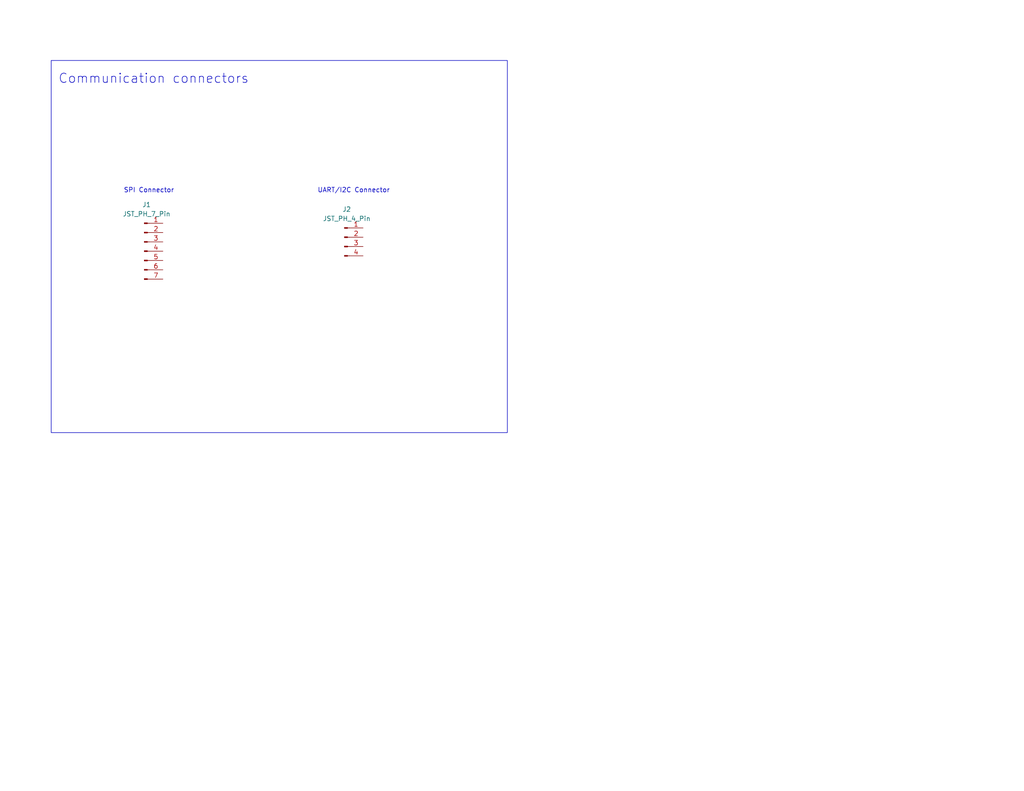
<source format=kicad_sch>
(kicad_sch (version 20250114) (generator "eeschema") (generator_version "9.0")
  (paper "USLetter")
  (lib_symbols
    (symbol "Rover_Lib:JST_PH_4_Pin" (pin_names (offset 1.016) (hide yes))
      (property "Reference" "J" (at 0 7.62 0))
      (property "Value" "JST_PH_4_Pin" (at 1.016 -6.604 0))
      (symbol "JST_PH_4_Pin_1_1"
        (rectangle (start 0 5.207) (end 0.8636 4.953) (stroke (width 0.1524)) (fill (type outline)))
        (rectangle (start 0.8636 2.667) (end 0 2.413) (stroke (width 0.1524)) (fill (type outline)))
        (rectangle (start 0.8636 0.127) (end 0 -0.127) (stroke (width 0.1524)) (fill (type outline)))
        (rectangle (start 0.8636 -2.413) (end 0 -2.667) (stroke (width 0.1524)) (fill (type outline)))
        (polyline (pts (xy 1.27 5.08) (xy 0.8636 5.08)) (stroke (width 0.1524)))
        (polyline (pts (xy 1.27 2.54) (xy 0.8636 2.54)) (stroke (width 0.1524)))
        (polyline (pts (xy 1.27 0) (xy 0.8636 0)) (stroke (width 0.1524)))
        (polyline (pts (xy 1.27 -2.54) (xy 0.8636 -2.54)) (stroke (width 0.1524)))
        (pin passive line (at 5.08 5.08 180) (length 3.81) (name "Pin_1") (number "1"))
        (pin passive line (at 5.08 2.54 180) (length 3.81) (name "Pin_2") (number "2"))
        (pin passive line (at 5.08 0 180) (length 3.81) (name "Pin_3") (number "3"))
        (pin passive line (at 5.08 -2.54 180) (length 3.81) (name "Pin_4") (number "4"))
      )
    )
    (symbol "Rover_Lib:JST_PH_7_Pin" (pin_names (offset 1.016) (hide yes))
      (property "Reference" "J" (at 0 7.62 0))
      (property "Value" "JST_PH_7_Pin" (at 3.81 -14.732 0))
      (symbol "JST_PH_7_Pin_1_1"
        (rectangle (start 0 5.207) (end 0.8636 4.953) (stroke (width 0.1524)) (fill (type outline)))
        (rectangle (start 0.8636 2.667) (end 0 2.413) (stroke (width 0.1524)) (fill (type outline)))
        (rectangle (start 0.8636 0.127) (end 0 -0.127) (stroke (width 0.1524)) (fill (type outline)))
        (rectangle (start 0.8636 -2.413) (end 0 -2.667) (stroke (width 0.1524)) (fill (type outline)))
        (rectangle (start 0.8636 -4.953) (end 0 -5.207) (stroke (width 0.1524)) (fill (type outline)))
        (rectangle (start 0.8636 -7.493) (end 0 -7.747) (stroke (width 0.1524)) (fill (type outline)))
        (rectangle (start 0.8636 -10.033) (end 0 -10.287) (stroke (width 0.1524)) (fill (type outline)))
        (polyline (pts (xy 1.27 5.08) (xy 0.8636 5.08)) (stroke (width 0.1524)))
        (polyline (pts (xy 1.27 2.54) (xy 0.8636 2.54)) (stroke (width 0.1524)))
        (polyline (pts (xy 1.27 0) (xy 0.8636 0)) (stroke (width 0.1524)))
        (polyline (pts (xy 1.27 -2.54) (xy 0.8636 -2.54)) (stroke (width 0.1524)))
        (polyline (pts (xy 1.27 -5.08) (xy 0.8636 -5.08)) (stroke (width 0.1524)))
        (polyline (pts (xy 1.27 -7.62) (xy 0.8636 -7.62)) (stroke (width 0.1524)))
        (polyline (pts (xy 1.27 -10.16) (xy 0.8636 -10.16)) (stroke (width 0.1524)))
        (pin passive line (at 5.08 5.08 180) (length 3.81) (name "Pin_1") (number "1"))
        (pin passive line (at 5.08 2.54 180) (length 3.81) (name "Pin_2") (number "2"))
        (pin passive line (at 5.08 0 180) (length 3.81) (name "Pin_3") (number "3"))
        (pin passive line (at 5.08 -2.54 180) (length 3.81) (name "Pin_4") (number "4"))
        (pin passive line (at 5.08 -5.08 180) (length 3.81) (name "Pin_5") (number "5"))
        (pin passive line (at 5.08 -7.62 180) (length 3.81) (name "Pin_6") (number "6"))
        (pin passive line (at 5.08 -10.16 180) (length 3.81) (name "Pin_7") (number "7"))
      )
    )
  )
  (rectangle (start 13.97 16.51) (end 138.43 118.11))
  (text "SPI Connector" (at 40.64 52.07 0) (effects (font (size 1.27 1.27))))
  (text "Communication connectors" (at 41.91 21.59 0) (effects (font (size 2.54 2.54))))
  (text "UART/I2C Connector" (at 96.52 52.07 0) (effects (font (size 1.27 1.27))))
  (symbol (lib_id "Rover_Lib:JST_PH_4_Pin") (at 93.98 67.31 0) (unit 1)
    (property "Reference" "J2" (at 94.615 57.15 0))
    (property "Value" "JST_PH_4_Pin" (at 94.615 59.69 0))
    (property "Footprint" "Connector_JST:JST_PH_S4B-PH-SM4-TB_1x04-1MP_P2.00mm_Horizontal" (effects (hide yes)))
    (property "Description" "4 Pin SMD Horizontal" (effects (hide yes)))
  )
  (symbol (lib_id "Rover_Lib:JST_PH_7_Pin") (at 39.37 66.04 0) (unit 1)
    (property "Reference" "J1" (at 40.005 55.88 0))
    (property "Value" "JST_PH_7_Pin" (at 40.005 58.42 0))
    (property "Footprint" "Connector_JST:JST_PH_S7B-PH-SM4-TB_1x07-1MP_P2.00mm_Horizontal" (effects (hide yes)))
    (property "Description" "7 Pin SMD Horizontal" (effects (hide yes)))
  )
)
</source>
